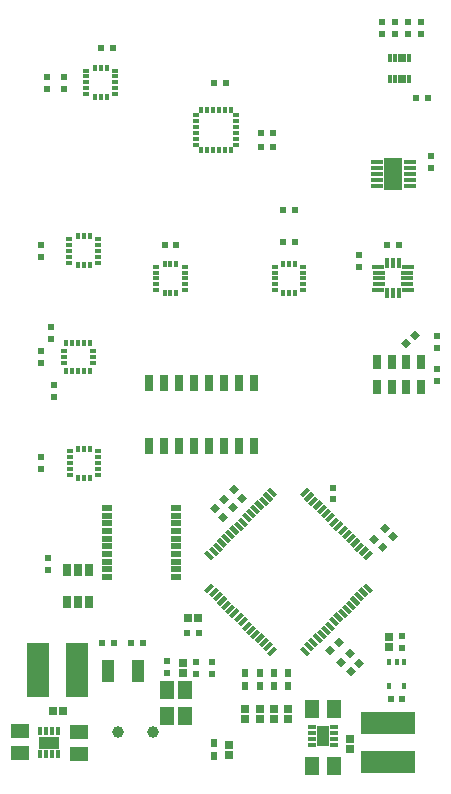
<source format=gts>
G75*
G70*
%OFA0B0*%
%FSLAX24Y24*%
%IPPOS*%
%LPD*%
%AMOC8*
5,1,8,0,0,1.08239X$1,22.5*
%
%ADD10R,0.0118X0.0276*%
%ADD11R,0.0236X0.0236*%
%ADD12R,0.0177X0.0217*%
%ADD13R,0.0217X0.0177*%
%ADD14R,0.0257X0.0453*%
%ADD15R,0.0236X0.0236*%
%ADD16R,0.0158X0.0197*%
%ADD17R,0.0257X0.0276*%
%ADD18R,0.0157X0.0374*%
%ADD19R,0.0404X0.0157*%
%ADD20R,0.0384X0.0157*%
%ADD21R,0.0146X0.0335*%
%ADD22R,0.0276X0.0257*%
%ADD23R,0.0434X0.0749*%
%ADD24R,0.0512X0.0591*%
%ADD25R,0.0237X0.0316*%
%ADD26C,0.0394*%
%ADD27R,0.0375X0.0197*%
%ADD28R,0.0157X0.0217*%
%ADD29R,0.0217X0.0157*%
%ADD30R,0.0276X0.0540*%
%ADD31R,0.0257X0.0434*%
%ADD32R,0.0433X0.0157*%
%ADD33R,0.0591X0.1064*%
%ADD34R,0.0165X0.0252*%
%ADD35R,0.0685X0.0409*%
%ADD36R,0.0260X0.0280*%
%ADD37R,0.0750X0.1810*%
%ADD38R,0.0610X0.0480*%
%ADD39R,0.0252X0.0165*%
%ADD40R,0.0409X0.0685*%
%ADD41R,0.0280X0.0260*%
%ADD42R,0.1810X0.0750*%
%ADD43R,0.0480X0.0610*%
D10*
X019232Y027440D03*
X019389Y027440D03*
X019547Y027440D03*
X019704Y027440D03*
X019862Y027440D03*
X019862Y028148D03*
X019704Y028148D03*
X019547Y028148D03*
X019389Y028148D03*
X019232Y028148D03*
D11*
X019387Y028947D03*
X019387Y029341D03*
X019824Y029341D03*
X019824Y028947D03*
X020253Y028949D03*
X020253Y029343D03*
X018944Y029341D03*
X018944Y028947D03*
X020077Y026814D03*
X020471Y026814D03*
X020594Y024871D03*
X020594Y024477D03*
X019521Y021914D03*
X019127Y021914D03*
X018204Y021581D03*
X018204Y021187D03*
X016051Y022014D03*
X015657Y022014D03*
X015657Y023064D03*
X016051Y023064D03*
X015331Y025174D03*
X014937Y025174D03*
X014917Y025644D03*
X015311Y025644D03*
X013751Y027324D03*
X013357Y027324D03*
X009981Y028464D03*
X009587Y028464D03*
X008344Y027496D03*
X008344Y027102D03*
X007784Y027102D03*
X007784Y027496D03*
X007594Y021911D03*
X007594Y021517D03*
X007914Y019161D03*
X007914Y018767D03*
X007594Y018371D03*
X007594Y017977D03*
X008014Y017241D03*
X008014Y016847D03*
X007594Y014831D03*
X007594Y014437D03*
X007805Y011468D03*
X007805Y011075D03*
X009627Y008634D03*
X010021Y008634D03*
X010587Y008634D03*
X010981Y008634D03*
X011774Y008031D03*
X011774Y007637D03*
X012754Y007607D03*
X012754Y008001D03*
X013304Y008001D03*
X013304Y007607D03*
X012861Y008991D03*
X012467Y008991D03*
X017334Y013427D03*
X017334Y013821D03*
X020784Y017387D03*
X020784Y017781D03*
X020784Y018467D03*
X020784Y018861D03*
X019631Y008881D03*
X019631Y008487D03*
X019637Y006764D03*
X019243Y006764D03*
X012101Y021924D03*
X011707Y021924D03*
D12*
X011707Y021276D03*
X011904Y021276D03*
X012101Y021276D03*
X012101Y020312D03*
X011904Y020312D03*
X011707Y020312D03*
X009216Y021232D03*
X009019Y021232D03*
X008822Y021232D03*
X008822Y022196D03*
X009019Y022196D03*
X009216Y022196D03*
X009218Y018656D03*
X009021Y018656D03*
X008824Y018656D03*
X008627Y018656D03*
X008430Y018656D03*
X008430Y017692D03*
X008627Y017692D03*
X008824Y017692D03*
X009021Y017692D03*
X009218Y017692D03*
X009218Y015116D03*
X009021Y015116D03*
X008824Y015116D03*
X008824Y014152D03*
X009021Y014152D03*
X009218Y014152D03*
X015657Y020312D03*
X015854Y020312D03*
X016051Y020312D03*
X016051Y021276D03*
X015854Y021276D03*
X015657Y021276D03*
X009781Y026847D03*
X009584Y026847D03*
X009387Y026847D03*
X009387Y027811D03*
X009584Y027811D03*
X009781Y027811D03*
D13*
X010066Y027723D03*
X010066Y027526D03*
X010066Y027329D03*
X010066Y027132D03*
X010066Y026935D03*
X009102Y026935D03*
X009102Y027132D03*
X009102Y027329D03*
X009102Y027526D03*
X009102Y027723D03*
X009501Y022108D03*
X009501Y021911D03*
X009501Y021714D03*
X009501Y021517D03*
X009501Y021320D03*
X008536Y021320D03*
X008536Y021517D03*
X008536Y021714D03*
X008536Y021911D03*
X008536Y022108D03*
X008342Y018371D03*
X008342Y018174D03*
X008342Y017977D03*
X009306Y017977D03*
X009306Y018174D03*
X009306Y018371D03*
X011422Y020400D03*
X011422Y020597D03*
X011422Y020794D03*
X011422Y020991D03*
X011422Y021188D03*
X012386Y021188D03*
X012386Y020991D03*
X012386Y020794D03*
X012386Y020597D03*
X012386Y020400D03*
X015372Y020400D03*
X015372Y020597D03*
X015372Y020794D03*
X015372Y020991D03*
X015372Y021188D03*
X016336Y021188D03*
X016336Y020991D03*
X016336Y020794D03*
X016336Y020597D03*
X016336Y020400D03*
X009503Y015028D03*
X009503Y014831D03*
X009503Y014634D03*
X009503Y014437D03*
X009503Y014240D03*
X008538Y014240D03*
X008538Y014437D03*
X008538Y014634D03*
X008538Y014831D03*
X008538Y015028D03*
D14*
X018780Y017165D03*
X019273Y017165D03*
X019765Y017165D03*
X020257Y017165D03*
X020257Y018012D03*
X019765Y018012D03*
X019273Y018012D03*
X018780Y018012D03*
D15*
G36*
X019927Y018636D02*
X019761Y018470D01*
X019595Y018636D01*
X019761Y018802D01*
X019927Y018636D01*
G37*
G36*
X020206Y018914D02*
X020040Y018748D01*
X019874Y018914D01*
X020040Y019080D01*
X020206Y018914D01*
G37*
G36*
X019041Y012307D02*
X018875Y012473D01*
X019041Y012639D01*
X019207Y012473D01*
X019041Y012307D01*
G37*
G36*
X019319Y012028D02*
X019153Y012194D01*
X019319Y012360D01*
X019485Y012194D01*
X019319Y012028D01*
G37*
G36*
X018971Y011670D02*
X018805Y011836D01*
X018971Y012002D01*
X019137Y011836D01*
X018971Y011670D01*
G37*
G36*
X018693Y011949D02*
X018527Y012115D01*
X018693Y012281D01*
X018859Y012115D01*
X018693Y011949D01*
G37*
G36*
X017671Y008684D02*
X017505Y008518D01*
X017339Y008684D01*
X017505Y008850D01*
X017671Y008684D01*
G37*
G36*
X018046Y008299D02*
X017880Y008133D01*
X017714Y008299D01*
X017880Y008465D01*
X018046Y008299D01*
G37*
G36*
X018357Y007988D02*
X018191Y007822D01*
X018025Y007988D01*
X018191Y008154D01*
X018357Y007988D01*
G37*
G36*
X018079Y007710D02*
X017913Y007544D01*
X017747Y007710D01*
X017913Y007876D01*
X018079Y007710D01*
G37*
G36*
X017768Y008021D02*
X017602Y007855D01*
X017436Y008021D01*
X017602Y008187D01*
X017768Y008021D01*
G37*
G36*
X017393Y008406D02*
X017227Y008240D01*
X017061Y008406D01*
X017227Y008572D01*
X017393Y008406D01*
G37*
G36*
X013981Y012998D02*
X013815Y013164D01*
X013981Y013330D01*
X014147Y013164D01*
X013981Y012998D01*
G37*
G36*
X013670Y012686D02*
X013504Y012852D01*
X013670Y013018D01*
X013836Y012852D01*
X013670Y012686D01*
G37*
G36*
X013391Y012965D02*
X013225Y013131D01*
X013391Y013297D01*
X013557Y013131D01*
X013391Y012965D01*
G37*
G36*
X013702Y013276D02*
X013536Y013442D01*
X013702Y013608D01*
X013868Y013442D01*
X013702Y013276D01*
G37*
G36*
X014021Y013594D02*
X013855Y013760D01*
X014021Y013926D01*
X014187Y013760D01*
X014021Y013594D01*
G37*
G36*
X014299Y013316D02*
X014133Y013482D01*
X014299Y013648D01*
X014465Y013482D01*
X014299Y013316D01*
G37*
D16*
X019184Y008008D03*
X019440Y008008D03*
X019696Y008008D03*
X019696Y007220D03*
X019184Y007220D03*
D17*
X019179Y008517D03*
X019179Y008851D03*
X015834Y006441D03*
X015834Y006107D03*
X015364Y006107D03*
X015364Y006441D03*
X014894Y006441D03*
X014894Y006107D03*
X014404Y006107D03*
X014404Y006441D03*
X013854Y005256D03*
X013854Y004922D03*
X012309Y007627D03*
X012309Y007961D03*
D18*
X019127Y020292D03*
X019324Y020292D03*
X019521Y020292D03*
X019521Y021296D03*
X019324Y021296D03*
X019127Y021296D03*
D19*
X018847Y020991D03*
X018847Y020794D03*
X018847Y020597D03*
X019801Y020597D03*
X019801Y020794D03*
X019801Y020991D03*
D20*
X019811Y021188D03*
X019811Y020400D03*
X018837Y020400D03*
X018837Y021188D03*
D21*
G36*
X016322Y013493D02*
X016219Y013596D01*
X016454Y013831D01*
X016557Y013728D01*
X016322Y013493D01*
G37*
G36*
X016461Y013354D02*
X016358Y013457D01*
X016593Y013692D01*
X016696Y013589D01*
X016461Y013354D01*
G37*
G36*
X016601Y013215D02*
X016498Y013318D01*
X016733Y013553D01*
X016836Y013450D01*
X016601Y013215D01*
G37*
G36*
X016740Y013075D02*
X016637Y013178D01*
X016872Y013413D01*
X016975Y013310D01*
X016740Y013075D01*
G37*
G36*
X016879Y012936D02*
X016776Y013039D01*
X017011Y013274D01*
X017114Y013171D01*
X016879Y012936D01*
G37*
G36*
X017018Y012797D02*
X016915Y012900D01*
X017150Y013135D01*
X017253Y013032D01*
X017018Y012797D01*
G37*
G36*
X017157Y012658D02*
X017054Y012761D01*
X017289Y012996D01*
X017392Y012893D01*
X017157Y012658D01*
G37*
G36*
X017297Y012519D02*
X017194Y012622D01*
X017429Y012857D01*
X017532Y012754D01*
X017297Y012519D01*
G37*
G36*
X017436Y012379D02*
X017333Y012482D01*
X017568Y012717D01*
X017671Y012614D01*
X017436Y012379D01*
G37*
G36*
X017575Y012240D02*
X017472Y012343D01*
X017707Y012578D01*
X017810Y012475D01*
X017575Y012240D01*
G37*
G36*
X017714Y012101D02*
X017611Y012204D01*
X017846Y012439D01*
X017949Y012336D01*
X017714Y012101D01*
G37*
G36*
X017853Y011962D02*
X017750Y012065D01*
X017985Y012300D01*
X018088Y012197D01*
X017853Y011962D01*
G37*
G36*
X017993Y011823D02*
X017890Y011926D01*
X018125Y012161D01*
X018228Y012058D01*
X017993Y011823D01*
G37*
G36*
X018132Y011683D02*
X018029Y011786D01*
X018264Y012021D01*
X018367Y011918D01*
X018132Y011683D01*
G37*
G36*
X018271Y011544D02*
X018168Y011647D01*
X018403Y011882D01*
X018506Y011779D01*
X018271Y011544D01*
G37*
G36*
X018410Y011405D02*
X018307Y011508D01*
X018542Y011743D01*
X018645Y011640D01*
X018410Y011405D01*
G37*
G36*
X018645Y010408D02*
X018542Y010305D01*
X018307Y010540D01*
X018410Y010643D01*
X018645Y010408D01*
G37*
G36*
X018168Y010401D02*
X018271Y010504D01*
X018506Y010269D01*
X018403Y010166D01*
X018168Y010401D01*
G37*
G36*
X018029Y010262D02*
X018132Y010365D01*
X018367Y010130D01*
X018264Y010027D01*
X018029Y010262D01*
G37*
G36*
X017890Y010123D02*
X017993Y010226D01*
X018228Y009991D01*
X018125Y009888D01*
X017890Y010123D01*
G37*
G36*
X017750Y009984D02*
X017853Y010087D01*
X018088Y009852D01*
X017985Y009749D01*
X017750Y009984D01*
G37*
G36*
X017611Y009844D02*
X017714Y009947D01*
X017949Y009712D01*
X017846Y009609D01*
X017611Y009844D01*
G37*
G36*
X017472Y009705D02*
X017575Y009808D01*
X017810Y009573D01*
X017707Y009470D01*
X017472Y009705D01*
G37*
G36*
X017333Y009566D02*
X017436Y009669D01*
X017671Y009434D01*
X017568Y009331D01*
X017333Y009566D01*
G37*
G36*
X017194Y009427D02*
X017297Y009530D01*
X017532Y009295D01*
X017429Y009192D01*
X017194Y009427D01*
G37*
G36*
X017054Y009288D02*
X017157Y009391D01*
X017392Y009156D01*
X017289Y009053D01*
X017054Y009288D01*
G37*
G36*
X016915Y009148D02*
X017018Y009251D01*
X017253Y009016D01*
X017150Y008913D01*
X016915Y009148D01*
G37*
G36*
X016776Y009009D02*
X016879Y009112D01*
X017114Y008877D01*
X017011Y008774D01*
X016776Y009009D01*
G37*
G36*
X016637Y008870D02*
X016740Y008973D01*
X016975Y008738D01*
X016872Y008635D01*
X016637Y008870D01*
G37*
G36*
X016498Y008731D02*
X016601Y008834D01*
X016836Y008599D01*
X016733Y008496D01*
X016498Y008731D01*
G37*
G36*
X016358Y008592D02*
X016461Y008695D01*
X016696Y008460D01*
X016593Y008357D01*
X016358Y008592D01*
G37*
G36*
X016219Y008453D02*
X016322Y008556D01*
X016557Y008321D01*
X016454Y008218D01*
X016219Y008453D01*
G37*
G36*
X015355Y008556D02*
X015458Y008453D01*
X015223Y008218D01*
X015120Y008321D01*
X015355Y008556D01*
G37*
G36*
X015215Y008695D02*
X015318Y008592D01*
X015083Y008357D01*
X014980Y008460D01*
X015215Y008695D01*
G37*
G36*
X015076Y008834D02*
X015179Y008731D01*
X014944Y008496D01*
X014841Y008599D01*
X015076Y008834D01*
G37*
G36*
X014937Y008973D02*
X015040Y008870D01*
X014805Y008635D01*
X014702Y008738D01*
X014937Y008973D01*
G37*
G36*
X014798Y009112D02*
X014901Y009009D01*
X014666Y008774D01*
X014563Y008877D01*
X014798Y009112D01*
G37*
G36*
X014659Y009251D02*
X014762Y009148D01*
X014527Y008913D01*
X014424Y009016D01*
X014659Y009251D01*
G37*
G36*
X014519Y009391D02*
X014622Y009288D01*
X014387Y009053D01*
X014284Y009156D01*
X014519Y009391D01*
G37*
G36*
X014380Y009530D02*
X014483Y009427D01*
X014248Y009192D01*
X014145Y009295D01*
X014380Y009530D01*
G37*
G36*
X014241Y009669D02*
X014344Y009566D01*
X014109Y009331D01*
X014006Y009434D01*
X014241Y009669D01*
G37*
G36*
X014102Y009808D02*
X014205Y009705D01*
X013970Y009470D01*
X013867Y009573D01*
X014102Y009808D01*
G37*
G36*
X013963Y009947D02*
X014066Y009844D01*
X013831Y009609D01*
X013728Y009712D01*
X013963Y009947D01*
G37*
G36*
X013823Y010087D02*
X013926Y009984D01*
X013691Y009749D01*
X013588Y009852D01*
X013823Y010087D01*
G37*
G36*
X013684Y010226D02*
X013787Y010123D01*
X013552Y009888D01*
X013449Y009991D01*
X013684Y010226D01*
G37*
G36*
X013545Y010365D02*
X013648Y010262D01*
X013413Y010027D01*
X013310Y010130D01*
X013545Y010365D01*
G37*
G36*
X013406Y010504D02*
X013509Y010401D01*
X013274Y010166D01*
X013171Y010269D01*
X013406Y010504D01*
G37*
G36*
X013267Y010643D02*
X013370Y010540D01*
X013135Y010305D01*
X013032Y010408D01*
X013267Y010643D01*
G37*
G36*
X013370Y011508D02*
X013267Y011405D01*
X013032Y011640D01*
X013135Y011743D01*
X013370Y011508D01*
G37*
G36*
X013509Y011647D02*
X013406Y011544D01*
X013171Y011779D01*
X013274Y011882D01*
X013509Y011647D01*
G37*
G36*
X013648Y011786D02*
X013545Y011683D01*
X013310Y011918D01*
X013413Y012021D01*
X013648Y011786D01*
G37*
G36*
X013787Y011926D02*
X013684Y011823D01*
X013449Y012058D01*
X013552Y012161D01*
X013787Y011926D01*
G37*
G36*
X013926Y012065D02*
X013823Y011962D01*
X013588Y012197D01*
X013691Y012300D01*
X013926Y012065D01*
G37*
G36*
X014066Y012204D02*
X013963Y012101D01*
X013728Y012336D01*
X013831Y012439D01*
X014066Y012204D01*
G37*
G36*
X014205Y012343D02*
X014102Y012240D01*
X013867Y012475D01*
X013970Y012578D01*
X014205Y012343D01*
G37*
G36*
X014344Y012482D02*
X014241Y012379D01*
X014006Y012614D01*
X014109Y012717D01*
X014344Y012482D01*
G37*
G36*
X014483Y012622D02*
X014380Y012519D01*
X014145Y012754D01*
X014248Y012857D01*
X014483Y012622D01*
G37*
G36*
X014622Y012761D02*
X014519Y012658D01*
X014284Y012893D01*
X014387Y012996D01*
X014622Y012761D01*
G37*
G36*
X014762Y012900D02*
X014659Y012797D01*
X014424Y013032D01*
X014527Y013135D01*
X014762Y012900D01*
G37*
G36*
X014901Y013039D02*
X014798Y012936D01*
X014563Y013171D01*
X014666Y013274D01*
X014901Y013039D01*
G37*
G36*
X015040Y013178D02*
X014937Y013075D01*
X014702Y013310D01*
X014805Y013413D01*
X015040Y013178D01*
G37*
G36*
X015179Y013318D02*
X015076Y013215D01*
X014841Y013450D01*
X014944Y013553D01*
X015179Y013318D01*
G37*
G36*
X015318Y013457D02*
X015215Y013354D01*
X014980Y013589D01*
X015083Y013692D01*
X015318Y013457D01*
G37*
G36*
X015458Y013596D02*
X015355Y013493D01*
X015120Y013728D01*
X015223Y013831D01*
X015458Y013596D01*
G37*
D22*
X012831Y009464D03*
X012497Y009464D03*
D23*
X010816Y007692D03*
X009832Y007692D03*
D24*
X011771Y007085D03*
X012401Y007085D03*
X012401Y006219D03*
X011771Y006219D03*
D25*
X013354Y005305D03*
X013354Y004872D03*
X014404Y007207D03*
X014404Y007640D03*
X014894Y007640D03*
X014894Y007207D03*
X015364Y007207D03*
X015364Y007640D03*
X015834Y007640D03*
X015834Y007207D03*
D26*
X011324Y005674D03*
X010143Y005674D03*
D27*
X009772Y010839D03*
X009772Y011095D03*
X009772Y011351D03*
X009772Y011607D03*
X009772Y011863D03*
X009772Y012118D03*
X009772Y012374D03*
X009772Y012630D03*
X009772Y012886D03*
X009772Y013142D03*
X012075Y013142D03*
X012075Y012886D03*
X012075Y012630D03*
X012075Y012374D03*
X012075Y012118D03*
X012075Y011863D03*
X012075Y011607D03*
X012075Y011351D03*
X012075Y011095D03*
X012075Y010839D03*
D28*
X012932Y025061D03*
X013129Y025061D03*
X013325Y025061D03*
X013522Y025061D03*
X013719Y025061D03*
X013916Y025061D03*
X013916Y026419D03*
X013719Y026419D03*
X013522Y026419D03*
X013325Y026419D03*
X013129Y026419D03*
X012932Y026419D03*
D29*
X012745Y026232D03*
X012745Y026035D03*
X012745Y025838D03*
X012745Y025642D03*
X012745Y025445D03*
X012745Y025248D03*
X014103Y025248D03*
X014103Y025445D03*
X014103Y025642D03*
X014103Y025838D03*
X014103Y026035D03*
X014103Y026232D03*
D30*
X014174Y017317D03*
X014674Y017317D03*
X013674Y017317D03*
X013174Y017317D03*
X012674Y017317D03*
X012174Y017317D03*
X011674Y017317D03*
X011174Y017317D03*
X011174Y015211D03*
X011674Y015211D03*
X012174Y015211D03*
X012674Y015211D03*
X013174Y015211D03*
X013674Y015211D03*
X014174Y015211D03*
X014674Y015211D03*
D31*
X009198Y011075D03*
X008824Y011075D03*
X008450Y011075D03*
X008450Y010012D03*
X008824Y010012D03*
X009198Y010012D03*
D32*
X018773Y023890D03*
X018773Y024087D03*
X018773Y024284D03*
X018773Y024481D03*
X018773Y024678D03*
X019875Y024678D03*
X019875Y024481D03*
X019875Y024284D03*
X019875Y024087D03*
X019875Y023890D03*
D33*
X019324Y024284D03*
D34*
X008149Y005698D03*
X007952Y005698D03*
X007755Y005698D03*
X007559Y005698D03*
X007559Y004950D03*
X007755Y004950D03*
X007952Y004950D03*
X008149Y004950D03*
D35*
X007854Y005324D03*
D36*
X008004Y006374D03*
X008324Y006374D03*
D37*
X008784Y007744D03*
X007484Y007744D03*
D38*
X006884Y004984D03*
X006884Y005704D03*
X008844Y005664D03*
X008844Y004944D03*
D39*
X016620Y005249D03*
X016620Y005446D03*
X016620Y005642D03*
X016620Y005839D03*
X017368Y005839D03*
X017368Y005642D03*
X017368Y005446D03*
X017368Y005249D03*
D40*
X016994Y005544D03*
D41*
X017884Y005444D03*
X017884Y005124D03*
D42*
X019144Y004664D03*
X019144Y005964D03*
D43*
X017354Y006434D03*
X016634Y006434D03*
X016634Y004544D03*
X017354Y004544D03*
M02*

</source>
